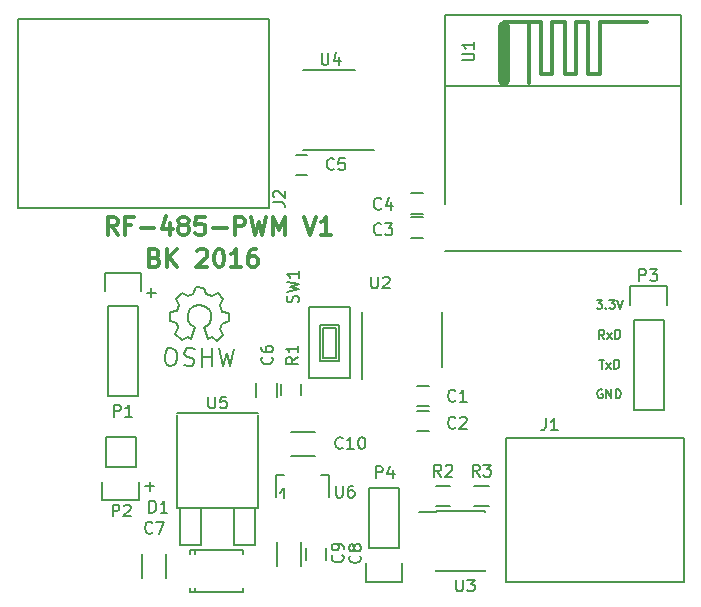
<source format=gbr>
G04 #@! TF.FileFunction,Legend,Top*
%FSLAX46Y46*%
G04 Gerber Fmt 4.6, Leading zero omitted, Abs format (unit mm)*
G04 Created by KiCad (PCBNEW 4.0.2-stable) date 3/15/2016 3:05:28 PM*
%MOMM*%
G01*
G04 APERTURE LIST*
%ADD10C,0.100000*%
%ADD11C,0.150000*%
%ADD12C,0.300000*%
%ADD13C,1.000000*%
G04 APERTURE END LIST*
D10*
D11*
X104330548Y-73985429D02*
X105092453Y-73985429D01*
X104711501Y-74366381D02*
X104711501Y-73604476D01*
X104203548Y-90368429D02*
X104965453Y-90368429D01*
X104584501Y-90749381D02*
X104584501Y-89987476D01*
X142875072Y-82175000D02*
X142803643Y-82139286D01*
X142696500Y-82139286D01*
X142589357Y-82175000D01*
X142517929Y-82246429D01*
X142482214Y-82317857D01*
X142446500Y-82460714D01*
X142446500Y-82567857D01*
X142482214Y-82710714D01*
X142517929Y-82782143D01*
X142589357Y-82853571D01*
X142696500Y-82889286D01*
X142767929Y-82889286D01*
X142875072Y-82853571D01*
X142910786Y-82817857D01*
X142910786Y-82567857D01*
X142767929Y-82567857D01*
X143232214Y-82889286D02*
X143232214Y-82139286D01*
X143660786Y-82889286D01*
X143660786Y-82139286D01*
X144017928Y-82889286D02*
X144017928Y-82139286D01*
X144196500Y-82139286D01*
X144303643Y-82175000D01*
X144375071Y-82246429D01*
X144410786Y-82317857D01*
X144446500Y-82460714D01*
X144446500Y-82567857D01*
X144410786Y-82710714D01*
X144375071Y-82782143D01*
X144303643Y-82853571D01*
X144196500Y-82889286D01*
X144017928Y-82889286D01*
X142617143Y-79662786D02*
X143045714Y-79662786D01*
X142831428Y-80412786D02*
X142831428Y-79662786D01*
X143224286Y-80412786D02*
X143617143Y-79912786D01*
X143224286Y-79912786D02*
X143617143Y-80412786D01*
X143902857Y-80412786D02*
X143902857Y-79662786D01*
X144081429Y-79662786D01*
X144188572Y-79698500D01*
X144260000Y-79769929D01*
X144295715Y-79841357D01*
X144331429Y-79984214D01*
X144331429Y-80091357D01*
X144295715Y-80234214D01*
X144260000Y-80305643D01*
X144188572Y-80377071D01*
X144081429Y-80412786D01*
X143902857Y-80412786D01*
X143063572Y-77872786D02*
X142813572Y-77515643D01*
X142635000Y-77872786D02*
X142635000Y-77122786D01*
X142920715Y-77122786D01*
X142992143Y-77158500D01*
X143027858Y-77194214D01*
X143063572Y-77265643D01*
X143063572Y-77372786D01*
X143027858Y-77444214D01*
X142992143Y-77479929D01*
X142920715Y-77515643D01*
X142635000Y-77515643D01*
X143313572Y-77872786D02*
X143706429Y-77372786D01*
X143313572Y-77372786D02*
X143706429Y-77872786D01*
X143992143Y-77872786D02*
X143992143Y-77122786D01*
X144170715Y-77122786D01*
X144277858Y-77158500D01*
X144349286Y-77229929D01*
X144385001Y-77301357D01*
X144420715Y-77444214D01*
X144420715Y-77551357D01*
X144385001Y-77694214D01*
X144349286Y-77765643D01*
X144277858Y-77837071D01*
X144170715Y-77872786D01*
X143992143Y-77872786D01*
X142402857Y-74582786D02*
X142867143Y-74582786D01*
X142617143Y-74868500D01*
X142724285Y-74868500D01*
X142795714Y-74904214D01*
X142831428Y-74939929D01*
X142867143Y-75011357D01*
X142867143Y-75189929D01*
X142831428Y-75261357D01*
X142795714Y-75297071D01*
X142724285Y-75332786D01*
X142510000Y-75332786D01*
X142438571Y-75297071D01*
X142402857Y-75261357D01*
X143188571Y-75261357D02*
X143224286Y-75297071D01*
X143188571Y-75332786D01*
X143152857Y-75297071D01*
X143188571Y-75261357D01*
X143188571Y-75332786D01*
X143474286Y-74582786D02*
X143938572Y-74582786D01*
X143688572Y-74868500D01*
X143795714Y-74868500D01*
X143867143Y-74904214D01*
X143902857Y-74939929D01*
X143938572Y-75011357D01*
X143938572Y-75189929D01*
X143902857Y-75261357D01*
X143867143Y-75297071D01*
X143795714Y-75332786D01*
X143581429Y-75332786D01*
X143510000Y-75297071D01*
X143474286Y-75261357D01*
X144152858Y-74582786D02*
X144402858Y-75332786D01*
X144652858Y-74582786D01*
D12*
X105021573Y-71012857D02*
X105235859Y-71084286D01*
X105307287Y-71155714D01*
X105378716Y-71298571D01*
X105378716Y-71512857D01*
X105307287Y-71655714D01*
X105235859Y-71727143D01*
X105093001Y-71798571D01*
X104521573Y-71798571D01*
X104521573Y-70298571D01*
X105021573Y-70298571D01*
X105164430Y-70370000D01*
X105235859Y-70441429D01*
X105307287Y-70584286D01*
X105307287Y-70727143D01*
X105235859Y-70870000D01*
X105164430Y-70941429D01*
X105021573Y-71012857D01*
X104521573Y-71012857D01*
X106021573Y-71798571D02*
X106021573Y-70298571D01*
X106878716Y-71798571D02*
X106235859Y-70941429D01*
X106878716Y-70298571D02*
X106021573Y-71155714D01*
X108593001Y-70441429D02*
X108664430Y-70370000D01*
X108807287Y-70298571D01*
X109164430Y-70298571D01*
X109307287Y-70370000D01*
X109378716Y-70441429D01*
X109450144Y-70584286D01*
X109450144Y-70727143D01*
X109378716Y-70941429D01*
X108521573Y-71798571D01*
X109450144Y-71798571D01*
X110378715Y-70298571D02*
X110521572Y-70298571D01*
X110664429Y-70370000D01*
X110735858Y-70441429D01*
X110807287Y-70584286D01*
X110878715Y-70870000D01*
X110878715Y-71227143D01*
X110807287Y-71512857D01*
X110735858Y-71655714D01*
X110664429Y-71727143D01*
X110521572Y-71798571D01*
X110378715Y-71798571D01*
X110235858Y-71727143D01*
X110164429Y-71655714D01*
X110093001Y-71512857D01*
X110021572Y-71227143D01*
X110021572Y-70870000D01*
X110093001Y-70584286D01*
X110164429Y-70441429D01*
X110235858Y-70370000D01*
X110378715Y-70298571D01*
X112307286Y-71798571D02*
X111450143Y-71798571D01*
X111878715Y-71798571D02*
X111878715Y-70298571D01*
X111735858Y-70512857D01*
X111593000Y-70655714D01*
X111450143Y-70727143D01*
X113593000Y-70298571D02*
X113307286Y-70298571D01*
X113164429Y-70370000D01*
X113093000Y-70441429D01*
X112950143Y-70655714D01*
X112878714Y-70941429D01*
X112878714Y-71512857D01*
X112950143Y-71655714D01*
X113021571Y-71727143D01*
X113164429Y-71798571D01*
X113450143Y-71798571D01*
X113593000Y-71727143D01*
X113664429Y-71655714D01*
X113735857Y-71512857D01*
X113735857Y-71155714D01*
X113664429Y-71012857D01*
X113593000Y-70941429D01*
X113450143Y-70870000D01*
X113164429Y-70870000D01*
X113021571Y-70941429D01*
X112950143Y-71012857D01*
X112878714Y-71155714D01*
X101855073Y-69068071D02*
X101355073Y-68353786D01*
X100997930Y-69068071D02*
X100997930Y-67568071D01*
X101569358Y-67568071D01*
X101712216Y-67639500D01*
X101783644Y-67710929D01*
X101855073Y-67853786D01*
X101855073Y-68068071D01*
X101783644Y-68210929D01*
X101712216Y-68282357D01*
X101569358Y-68353786D01*
X100997930Y-68353786D01*
X102997930Y-68282357D02*
X102497930Y-68282357D01*
X102497930Y-69068071D02*
X102497930Y-67568071D01*
X103212216Y-67568071D01*
X103783644Y-68496643D02*
X104926501Y-68496643D01*
X106283644Y-68068071D02*
X106283644Y-69068071D01*
X105926501Y-67496643D02*
X105569358Y-68568071D01*
X106497930Y-68568071D01*
X107283644Y-68210929D02*
X107140786Y-68139500D01*
X107069358Y-68068071D01*
X106997929Y-67925214D01*
X106997929Y-67853786D01*
X107069358Y-67710929D01*
X107140786Y-67639500D01*
X107283644Y-67568071D01*
X107569358Y-67568071D01*
X107712215Y-67639500D01*
X107783644Y-67710929D01*
X107855072Y-67853786D01*
X107855072Y-67925214D01*
X107783644Y-68068071D01*
X107712215Y-68139500D01*
X107569358Y-68210929D01*
X107283644Y-68210929D01*
X107140786Y-68282357D01*
X107069358Y-68353786D01*
X106997929Y-68496643D01*
X106997929Y-68782357D01*
X107069358Y-68925214D01*
X107140786Y-68996643D01*
X107283644Y-69068071D01*
X107569358Y-69068071D01*
X107712215Y-68996643D01*
X107783644Y-68925214D01*
X107855072Y-68782357D01*
X107855072Y-68496643D01*
X107783644Y-68353786D01*
X107712215Y-68282357D01*
X107569358Y-68210929D01*
X109212215Y-67568071D02*
X108497929Y-67568071D01*
X108426500Y-68282357D01*
X108497929Y-68210929D01*
X108640786Y-68139500D01*
X108997929Y-68139500D01*
X109140786Y-68210929D01*
X109212215Y-68282357D01*
X109283643Y-68425214D01*
X109283643Y-68782357D01*
X109212215Y-68925214D01*
X109140786Y-68996643D01*
X108997929Y-69068071D01*
X108640786Y-69068071D01*
X108497929Y-68996643D01*
X108426500Y-68925214D01*
X109926500Y-68496643D02*
X111069357Y-68496643D01*
X111783643Y-69068071D02*
X111783643Y-67568071D01*
X112355071Y-67568071D01*
X112497929Y-67639500D01*
X112569357Y-67710929D01*
X112640786Y-67853786D01*
X112640786Y-68068071D01*
X112569357Y-68210929D01*
X112497929Y-68282357D01*
X112355071Y-68353786D01*
X111783643Y-68353786D01*
X113140786Y-67568071D02*
X113497929Y-69068071D01*
X113783643Y-67996643D01*
X114069357Y-69068071D01*
X114426500Y-67568071D01*
X114997929Y-69068071D02*
X114997929Y-67568071D01*
X115497929Y-68639500D01*
X115997929Y-67568071D01*
X115997929Y-69068071D01*
X117640786Y-67568071D02*
X118140786Y-69068071D01*
X118640786Y-67568071D01*
X119926500Y-69068071D02*
X119069357Y-69068071D01*
X119497929Y-69068071D02*
X119497929Y-67568071D01*
X119355072Y-67782357D01*
X119212214Y-67925214D01*
X119069357Y-67996643D01*
D11*
X93377000Y-50801000D02*
X93377000Y-66801000D01*
X93377000Y-66801000D02*
X114647000Y-66801000D01*
X114647000Y-66801000D02*
X114647000Y-50801000D01*
X114647000Y-50801000D02*
X93377000Y-50801000D01*
X134764000Y-98492500D02*
X149764000Y-98492500D01*
X134764000Y-86292500D02*
X149764000Y-86292500D01*
X149764000Y-98492500D02*
X149764000Y-86292500D01*
X134764000Y-98492500D02*
X134764000Y-86292500D01*
X127198500Y-83590500D02*
X128198500Y-83590500D01*
X128198500Y-81890500D02*
X127198500Y-81890500D01*
X127214500Y-85686000D02*
X128214500Y-85686000D01*
X128214500Y-83986000D02*
X127214500Y-83986000D01*
X127690500Y-67603000D02*
X126690500Y-67603000D01*
X126690500Y-69303000D02*
X127690500Y-69303000D01*
X127690500Y-65571000D02*
X126690500Y-65571000D01*
X126690500Y-67271000D02*
X127690500Y-67271000D01*
X117911500Y-62332500D02*
X116911500Y-62332500D01*
X116911500Y-64032500D02*
X117911500Y-64032500D01*
X115672500Y-81669000D02*
X115672500Y-82669000D01*
X117372500Y-82669000D02*
X117372500Y-81669000D01*
X103877000Y-96091500D02*
X103877000Y-98091500D01*
X105927000Y-98091500D02*
X105927000Y-96091500D01*
X117768000Y-95575500D02*
X117768000Y-96575500D01*
X119468000Y-96575500D02*
X119468000Y-95575500D01*
X115307000Y-95075500D02*
X115307000Y-97075500D01*
X117357000Y-97075500D02*
X117357000Y-95075500D01*
X116538500Y-87829500D02*
X118538500Y-87829500D01*
X118538500Y-85779500D02*
X116538500Y-85779500D01*
X108436860Y-99286060D02*
X108436860Y-98935540D01*
X108436860Y-95785940D02*
X108436860Y-96136460D01*
X112486440Y-99286060D02*
X112486440Y-98935540D01*
X107985560Y-99286060D02*
X107985560Y-98935540D01*
X107985560Y-95785940D02*
X107985560Y-96136460D01*
X112486440Y-95785940D02*
X112486440Y-96136460D01*
X107985560Y-99286060D02*
X112486440Y-99286060D01*
X107985560Y-95785940D02*
X112486440Y-95785940D01*
X101028500Y-75120500D02*
X101028500Y-82740500D01*
X103568500Y-75120500D02*
X103568500Y-82740500D01*
X103848500Y-72300500D02*
X103848500Y-73850500D01*
X101028500Y-82740500D02*
X103568500Y-82740500D01*
X103568500Y-75120500D02*
X101028500Y-75120500D01*
X100748500Y-73850500D02*
X100748500Y-72300500D01*
X100748500Y-72300500D02*
X103848500Y-72300500D01*
X100838000Y-88709500D02*
X100838000Y-86169500D01*
X100558000Y-91529500D02*
X100558000Y-89979500D01*
X100838000Y-88709500D02*
X103378000Y-88709500D01*
X103658000Y-89979500D02*
X103658000Y-91529500D01*
X103658000Y-91529500D02*
X100558000Y-91529500D01*
X103378000Y-88709500D02*
X103378000Y-86169500D01*
X103378000Y-86169500D02*
X100838000Y-86169500D01*
X113552000Y-82832500D02*
X113552000Y-81632500D01*
X115302000Y-81632500D02*
X115302000Y-82832500D01*
X130013000Y-92061000D02*
X128813000Y-92061000D01*
X128813000Y-90311000D02*
X130013000Y-90311000D01*
X133254000Y-92061000D02*
X132054000Y-92061000D01*
X132054000Y-90311000D02*
X133254000Y-90311000D01*
X119210780Y-79471890D02*
X119210780Y-76971890D01*
X119210780Y-76971890D02*
X120310780Y-76971890D01*
X120310780Y-76971890D02*
X120310780Y-79471890D01*
X120310780Y-79471890D02*
X119210780Y-79471890D01*
X120560780Y-79721890D02*
X120560780Y-76721890D01*
X118960780Y-79721890D02*
X118960780Y-76721890D01*
X118960780Y-76721890D02*
X120560780Y-76721890D01*
X118960780Y-79721890D02*
X120560780Y-79721890D01*
X121510780Y-81221890D02*
X121510780Y-75221890D01*
X118010780Y-81221890D02*
X118010780Y-75221890D01*
X118010780Y-81221890D02*
X121510780Y-81221890D01*
X118010780Y-75221890D02*
X121510780Y-75221890D01*
X122545500Y-80239500D02*
X122570500Y-80239500D01*
X122545500Y-75589500D02*
X122570500Y-75589500D01*
X129295500Y-75589500D02*
X129270500Y-75589500D01*
X129295500Y-80239500D02*
X129270500Y-80239500D01*
X122545500Y-80239500D02*
X122545500Y-75589500D01*
X129295500Y-80239500D02*
X129295500Y-75589500D01*
X122570500Y-80239500D02*
X122570500Y-81314500D01*
X128798500Y-92421000D02*
X128798500Y-92566000D01*
X132948500Y-92421000D02*
X132948500Y-92566000D01*
X132948500Y-97571000D02*
X132948500Y-97426000D01*
X128798500Y-97571000D02*
X128798500Y-97426000D01*
X128798500Y-92421000D02*
X132948500Y-92421000D01*
X128798500Y-97571000D02*
X132948500Y-97571000D01*
X128798500Y-92566000D02*
X127398500Y-92566000D01*
X121986000Y-55108500D02*
X117536000Y-55108500D01*
X123511000Y-61858500D02*
X117536000Y-61858500D01*
X111696500Y-92202000D02*
X111696500Y-95377000D01*
X111696500Y-95377000D02*
X113474500Y-95377000D01*
X113474500Y-95377000D02*
X113474500Y-92202000D01*
X107124500Y-92202000D02*
X107124500Y-95377000D01*
X107124500Y-95377000D02*
X108902500Y-95377000D01*
X108902500Y-95377000D02*
X108902500Y-92202000D01*
X113728500Y-86106000D02*
X113728500Y-92202000D01*
X113728500Y-92202000D02*
X106870500Y-92202000D01*
X106870500Y-92202000D02*
X106870500Y-84328000D01*
X106870500Y-84201000D02*
X113728500Y-84201000D01*
X113728500Y-84328000D02*
X113728500Y-86106000D01*
X115597940Y-90932000D02*
X115846860Y-90632280D01*
X115846860Y-90632280D02*
X115948460Y-90482420D01*
X115948460Y-90482420D02*
X115948460Y-91330780D01*
X115247420Y-89430860D02*
X115247420Y-91231720D01*
X115247420Y-89430860D02*
X115897660Y-89430860D01*
X119748300Y-89430860D02*
X119748300Y-91231720D01*
X119748300Y-89430860D02*
X119098060Y-89430860D01*
X110444280Y-78699360D02*
X110804960Y-80170020D01*
X110804960Y-80170020D02*
X111084360Y-79108300D01*
X111084360Y-79108300D02*
X111394240Y-80180180D01*
X111394240Y-80180180D02*
X111734600Y-78729840D01*
X109024420Y-79390240D02*
X109814360Y-79380080D01*
X109814360Y-79380080D02*
X109824520Y-79390240D01*
X109824520Y-79390240D02*
X109824520Y-79380080D01*
X109865160Y-78668880D02*
X109865160Y-80210660D01*
X108976160Y-78658720D02*
X108976160Y-80228440D01*
X108976160Y-80228440D02*
X108986320Y-80218280D01*
X108424980Y-78760320D02*
X108074460Y-78679040D01*
X108074460Y-78679040D02*
X107754420Y-78668880D01*
X107754420Y-78668880D02*
X107515660Y-78869540D01*
X107515660Y-78869540D02*
X107485180Y-79138780D01*
X107485180Y-79138780D02*
X107726480Y-79380080D01*
X107726480Y-79380080D02*
X108115100Y-79509620D01*
X108115100Y-79509620D02*
X108295440Y-79669640D01*
X108295440Y-79669640D02*
X108336080Y-79969360D01*
X108336080Y-79969360D02*
X108104940Y-80190340D01*
X108104940Y-80190340D02*
X107784900Y-80218280D01*
X107784900Y-80218280D02*
X107434380Y-80109060D01*
X106395520Y-78658720D02*
X106146600Y-78679040D01*
X106146600Y-78679040D02*
X105905300Y-78920340D01*
X105905300Y-78920340D02*
X105816400Y-79410560D01*
X105816400Y-79410560D02*
X105844340Y-79758540D01*
X105844340Y-79758540D02*
X106045000Y-80078580D01*
X106045000Y-80078580D02*
X106296460Y-80200500D01*
X106296460Y-80200500D02*
X106606340Y-80129380D01*
X106606340Y-80129380D02*
X106824780Y-79949040D01*
X106824780Y-79949040D02*
X106895900Y-79489300D01*
X106895900Y-79489300D02*
X106845100Y-79080360D01*
X106845100Y-79080360D02*
X106735880Y-78798420D01*
X106735880Y-78798420D02*
X106375200Y-78668880D01*
X106994960Y-76939140D02*
X106735880Y-77500480D01*
X106735880Y-77500480D02*
X107274360Y-78018640D01*
X107274360Y-78018640D02*
X107795060Y-77749400D01*
X107795060Y-77749400D02*
X108074460Y-77909420D01*
X109514640Y-77889100D02*
X109844840Y-77698600D01*
X109844840Y-77698600D02*
X110284260Y-78028800D01*
X110284260Y-78028800D02*
X110756700Y-77538580D01*
X110756700Y-77538580D02*
X110474760Y-77058520D01*
X110474760Y-77058520D02*
X110665260Y-76588620D01*
X110665260Y-76588620D02*
X111274860Y-76400660D01*
X111274860Y-76400660D02*
X111274860Y-75719940D01*
X111274860Y-75719940D02*
X110716060Y-75580240D01*
X110716060Y-75580240D02*
X110515400Y-75008740D01*
X110515400Y-75008740D02*
X110784640Y-74538840D01*
X110784640Y-74538840D02*
X110314740Y-74028300D01*
X110314740Y-74028300D02*
X109796580Y-74289920D01*
X109796580Y-74289920D02*
X109326680Y-74089260D01*
X109326680Y-74089260D02*
X109156500Y-73548240D01*
X109156500Y-73548240D02*
X108465620Y-73530460D01*
X108465620Y-73530460D02*
X108254800Y-74079100D01*
X108254800Y-74079100D02*
X107835700Y-74249280D01*
X107835700Y-74249280D02*
X107284520Y-73980040D01*
X107284520Y-73980040D02*
X106766360Y-74508360D01*
X106766360Y-74508360D02*
X107015280Y-75049380D01*
X107015280Y-75049380D02*
X106845100Y-75529440D01*
X106845100Y-75529440D02*
X106296460Y-75628500D01*
X106296460Y-75628500D02*
X106286300Y-76329540D01*
X106286300Y-76329540D02*
X106845100Y-76530200D01*
X106845100Y-76530200D02*
X106984800Y-76928980D01*
X109126020Y-76908660D02*
X109425740Y-76758800D01*
X109425740Y-76758800D02*
X109626400Y-76560680D01*
X109626400Y-76560680D02*
X109776260Y-76159360D01*
X109776260Y-76159360D02*
X109776260Y-75760580D01*
X109776260Y-75760580D02*
X109626400Y-75410060D01*
X109626400Y-75410060D02*
X109174280Y-75059540D01*
X109174280Y-75059540D02*
X108724700Y-75008740D01*
X108724700Y-75008740D02*
X108325920Y-75110340D01*
X108325920Y-75110340D02*
X107924600Y-75458320D01*
X107924600Y-75458320D02*
X107774740Y-75910440D01*
X107774740Y-75910440D02*
X107825540Y-76408280D01*
X107825540Y-76408280D02*
X108074460Y-76710540D01*
X108074460Y-76710540D02*
X108424980Y-76908660D01*
X108424980Y-76908660D02*
X108074460Y-77909420D01*
X109126020Y-76908660D02*
X109524800Y-77909420D01*
X145542000Y-76263500D02*
X145542000Y-83883500D01*
X148082000Y-76263500D02*
X148082000Y-83883500D01*
X148362000Y-73443500D02*
X148362000Y-74993500D01*
X145542000Y-83883500D02*
X148082000Y-83883500D01*
X148082000Y-76263500D02*
X145542000Y-76263500D01*
X145262000Y-74993500D02*
X145262000Y-73443500D01*
X145262000Y-73443500D02*
X148362000Y-73443500D01*
D12*
X142683000Y-51053000D02*
X146683000Y-51053000D01*
X141683000Y-55453000D02*
X142683000Y-55453000D01*
X140683000Y-51053000D02*
X141683000Y-51053000D01*
X139683000Y-55453000D02*
X140683000Y-55453000D01*
X137683000Y-55453000D02*
X138583000Y-55453000D01*
X138583000Y-51053000D02*
X139683000Y-51053000D01*
X134583000Y-51053000D02*
X137683000Y-51053000D01*
X136683000Y-56253000D02*
X136683000Y-51153000D01*
D13*
X134583000Y-56007000D02*
X134583000Y-51453000D01*
D11*
X129583000Y-70453000D02*
X149583000Y-70453000D01*
X149583000Y-56453000D02*
X149583000Y-66453000D01*
X129583000Y-56453000D02*
X129583000Y-66453000D01*
X149583000Y-50453000D02*
X129583000Y-50453000D01*
X149583000Y-56453000D02*
X149583000Y-50453000D01*
X129583000Y-56453000D02*
X149583000Y-56453000D01*
X129583000Y-50453000D02*
X129583000Y-56453000D01*
D12*
X137683000Y-55453000D02*
X137683000Y-51053000D01*
X138583000Y-55453000D02*
X138583000Y-51053000D01*
X139683000Y-55453000D02*
X139683000Y-51053000D01*
X140683000Y-55453000D02*
X140683000Y-51053000D01*
X141683000Y-55453000D02*
X141683000Y-51053000D01*
X142683000Y-55453000D02*
X142683000Y-51053000D01*
D11*
X125666500Y-95631000D02*
X125666500Y-90551000D01*
X125666500Y-90551000D02*
X123126500Y-90551000D01*
X123126500Y-90551000D02*
X123126500Y-95631000D01*
X122846500Y-98451000D02*
X122846500Y-96901000D01*
X123126500Y-95631000D02*
X125666500Y-95631000D01*
X125946500Y-96901000D02*
X125946500Y-98451000D01*
X125946500Y-98451000D02*
X122846500Y-98451000D01*
X115019381Y-66334333D02*
X115733667Y-66334333D01*
X115876524Y-66381953D01*
X115971762Y-66477191D01*
X116019381Y-66620048D01*
X116019381Y-66715286D01*
X115114619Y-65905762D02*
X115067000Y-65858143D01*
X115019381Y-65762905D01*
X115019381Y-65524809D01*
X115067000Y-65429571D01*
X115114619Y-65381952D01*
X115209857Y-65334333D01*
X115305095Y-65334333D01*
X115447952Y-65381952D01*
X116019381Y-65953381D01*
X116019381Y-65334333D01*
X138096667Y-84605881D02*
X138096667Y-85320167D01*
X138049047Y-85463024D01*
X137953809Y-85558262D01*
X137810952Y-85605881D01*
X137715714Y-85605881D01*
X139096667Y-85605881D02*
X138525238Y-85605881D01*
X138810952Y-85605881D02*
X138810952Y-84605881D01*
X138715714Y-84748738D01*
X138620476Y-84843976D01*
X138525238Y-84891595D01*
X130452834Y-83097643D02*
X130405215Y-83145262D01*
X130262358Y-83192881D01*
X130167120Y-83192881D01*
X130024262Y-83145262D01*
X129929024Y-83050024D01*
X129881405Y-82954786D01*
X129833786Y-82764310D01*
X129833786Y-82621452D01*
X129881405Y-82430976D01*
X129929024Y-82335738D01*
X130024262Y-82240500D01*
X130167120Y-82192881D01*
X130262358Y-82192881D01*
X130405215Y-82240500D01*
X130452834Y-82288119D01*
X131405215Y-83192881D02*
X130833786Y-83192881D01*
X131119500Y-83192881D02*
X131119500Y-82192881D01*
X131024262Y-82335738D01*
X130929024Y-82430976D01*
X130833786Y-82478595D01*
X130452834Y-85383643D02*
X130405215Y-85431262D01*
X130262358Y-85478881D01*
X130167120Y-85478881D01*
X130024262Y-85431262D01*
X129929024Y-85336024D01*
X129881405Y-85240786D01*
X129833786Y-85050310D01*
X129833786Y-84907452D01*
X129881405Y-84716976D01*
X129929024Y-84621738D01*
X130024262Y-84526500D01*
X130167120Y-84478881D01*
X130262358Y-84478881D01*
X130405215Y-84526500D01*
X130452834Y-84574119D01*
X130833786Y-84574119D02*
X130881405Y-84526500D01*
X130976643Y-84478881D01*
X131214739Y-84478881D01*
X131309977Y-84526500D01*
X131357596Y-84574119D01*
X131405215Y-84669357D01*
X131405215Y-84764595D01*
X131357596Y-84907452D01*
X130786167Y-85478881D01*
X131405215Y-85478881D01*
X124166334Y-69000643D02*
X124118715Y-69048262D01*
X123975858Y-69095881D01*
X123880620Y-69095881D01*
X123737762Y-69048262D01*
X123642524Y-68953024D01*
X123594905Y-68857786D01*
X123547286Y-68667310D01*
X123547286Y-68524452D01*
X123594905Y-68333976D01*
X123642524Y-68238738D01*
X123737762Y-68143500D01*
X123880620Y-68095881D01*
X123975858Y-68095881D01*
X124118715Y-68143500D01*
X124166334Y-68191119D01*
X124499667Y-68095881D02*
X125118715Y-68095881D01*
X124785381Y-68476833D01*
X124928239Y-68476833D01*
X125023477Y-68524452D01*
X125071096Y-68572071D01*
X125118715Y-68667310D01*
X125118715Y-68905405D01*
X125071096Y-69000643D01*
X125023477Y-69048262D01*
X124928239Y-69095881D01*
X124642524Y-69095881D01*
X124547286Y-69048262D01*
X124499667Y-69000643D01*
X124166334Y-66841643D02*
X124118715Y-66889262D01*
X123975858Y-66936881D01*
X123880620Y-66936881D01*
X123737762Y-66889262D01*
X123642524Y-66794024D01*
X123594905Y-66698786D01*
X123547286Y-66508310D01*
X123547286Y-66365452D01*
X123594905Y-66174976D01*
X123642524Y-66079738D01*
X123737762Y-65984500D01*
X123880620Y-65936881D01*
X123975858Y-65936881D01*
X124118715Y-65984500D01*
X124166334Y-66032119D01*
X125023477Y-66270214D02*
X125023477Y-66936881D01*
X124785381Y-65889262D02*
X124547286Y-66603548D01*
X125166334Y-66603548D01*
X120165834Y-63476143D02*
X120118215Y-63523762D01*
X119975358Y-63571381D01*
X119880120Y-63571381D01*
X119737262Y-63523762D01*
X119642024Y-63428524D01*
X119594405Y-63333286D01*
X119546786Y-63142810D01*
X119546786Y-62999952D01*
X119594405Y-62809476D01*
X119642024Y-62714238D01*
X119737262Y-62619000D01*
X119880120Y-62571381D01*
X119975358Y-62571381D01*
X120118215Y-62619000D01*
X120165834Y-62666619D01*
X121070596Y-62571381D02*
X120594405Y-62571381D01*
X120546786Y-63047571D01*
X120594405Y-62999952D01*
X120689643Y-62952333D01*
X120927739Y-62952333D01*
X121022977Y-62999952D01*
X121070596Y-63047571D01*
X121118215Y-63142810D01*
X121118215Y-63380905D01*
X121070596Y-63476143D01*
X121022977Y-63523762D01*
X120927739Y-63571381D01*
X120689643Y-63571381D01*
X120594405Y-63523762D01*
X120546786Y-63476143D01*
X114911143Y-79414666D02*
X114958762Y-79462285D01*
X115006381Y-79605142D01*
X115006381Y-79700380D01*
X114958762Y-79843238D01*
X114863524Y-79938476D01*
X114768286Y-79986095D01*
X114577810Y-80033714D01*
X114434952Y-80033714D01*
X114244476Y-79986095D01*
X114149238Y-79938476D01*
X114054000Y-79843238D01*
X114006381Y-79700380D01*
X114006381Y-79605142D01*
X114054000Y-79462285D01*
X114101619Y-79414666D01*
X114006381Y-78557523D02*
X114006381Y-78748000D01*
X114054000Y-78843238D01*
X114101619Y-78890857D01*
X114244476Y-78986095D01*
X114434952Y-79033714D01*
X114815905Y-79033714D01*
X114911143Y-78986095D01*
X114958762Y-78938476D01*
X115006381Y-78843238D01*
X115006381Y-78652761D01*
X114958762Y-78557523D01*
X114911143Y-78509904D01*
X114815905Y-78462285D01*
X114577810Y-78462285D01*
X114482571Y-78509904D01*
X114434952Y-78557523D01*
X114387333Y-78652761D01*
X114387333Y-78843238D01*
X114434952Y-78938476D01*
X114482571Y-78986095D01*
X114577810Y-79033714D01*
X104798834Y-94273643D02*
X104751215Y-94321262D01*
X104608358Y-94368881D01*
X104513120Y-94368881D01*
X104370262Y-94321262D01*
X104275024Y-94226024D01*
X104227405Y-94130786D01*
X104179786Y-93940310D01*
X104179786Y-93797452D01*
X104227405Y-93606976D01*
X104275024Y-93511738D01*
X104370262Y-93416500D01*
X104513120Y-93368881D01*
X104608358Y-93368881D01*
X104751215Y-93416500D01*
X104798834Y-93464119D01*
X105132167Y-93368881D02*
X105798834Y-93368881D01*
X105370262Y-94368881D01*
X122340643Y-96242166D02*
X122388262Y-96289785D01*
X122435881Y-96432642D01*
X122435881Y-96527880D01*
X122388262Y-96670738D01*
X122293024Y-96765976D01*
X122197786Y-96813595D01*
X122007310Y-96861214D01*
X121864452Y-96861214D01*
X121673976Y-96813595D01*
X121578738Y-96765976D01*
X121483500Y-96670738D01*
X121435881Y-96527880D01*
X121435881Y-96432642D01*
X121483500Y-96289785D01*
X121531119Y-96242166D01*
X121864452Y-95670738D02*
X121816833Y-95765976D01*
X121769214Y-95813595D01*
X121673976Y-95861214D01*
X121626357Y-95861214D01*
X121531119Y-95813595D01*
X121483500Y-95765976D01*
X121435881Y-95670738D01*
X121435881Y-95480261D01*
X121483500Y-95385023D01*
X121531119Y-95337404D01*
X121626357Y-95289785D01*
X121673976Y-95289785D01*
X121769214Y-95337404D01*
X121816833Y-95385023D01*
X121864452Y-95480261D01*
X121864452Y-95670738D01*
X121912071Y-95765976D01*
X121959690Y-95813595D01*
X122054929Y-95861214D01*
X122245405Y-95861214D01*
X122340643Y-95813595D01*
X122388262Y-95765976D01*
X122435881Y-95670738D01*
X122435881Y-95480261D01*
X122388262Y-95385023D01*
X122340643Y-95337404D01*
X122245405Y-95289785D01*
X122054929Y-95289785D01*
X121959690Y-95337404D01*
X121912071Y-95385023D01*
X121864452Y-95480261D01*
X120880143Y-96178666D02*
X120927762Y-96226285D01*
X120975381Y-96369142D01*
X120975381Y-96464380D01*
X120927762Y-96607238D01*
X120832524Y-96702476D01*
X120737286Y-96750095D01*
X120546810Y-96797714D01*
X120403952Y-96797714D01*
X120213476Y-96750095D01*
X120118238Y-96702476D01*
X120023000Y-96607238D01*
X119975381Y-96464380D01*
X119975381Y-96369142D01*
X120023000Y-96226285D01*
X120070619Y-96178666D01*
X120975381Y-95702476D02*
X120975381Y-95512000D01*
X120927762Y-95416761D01*
X120880143Y-95369142D01*
X120737286Y-95273904D01*
X120546810Y-95226285D01*
X120165857Y-95226285D01*
X120070619Y-95273904D01*
X120023000Y-95321523D01*
X119975381Y-95416761D01*
X119975381Y-95607238D01*
X120023000Y-95702476D01*
X120070619Y-95750095D01*
X120165857Y-95797714D01*
X120403952Y-95797714D01*
X120499190Y-95750095D01*
X120546810Y-95702476D01*
X120594429Y-95607238D01*
X120594429Y-95416761D01*
X120546810Y-95321523D01*
X120499190Y-95273904D01*
X120403952Y-95226285D01*
X120896143Y-87098143D02*
X120848524Y-87145762D01*
X120705667Y-87193381D01*
X120610429Y-87193381D01*
X120467571Y-87145762D01*
X120372333Y-87050524D01*
X120324714Y-86955286D01*
X120277095Y-86764810D01*
X120277095Y-86621952D01*
X120324714Y-86431476D01*
X120372333Y-86336238D01*
X120467571Y-86241000D01*
X120610429Y-86193381D01*
X120705667Y-86193381D01*
X120848524Y-86241000D01*
X120896143Y-86288619D01*
X121848524Y-87193381D02*
X121277095Y-87193381D01*
X121562809Y-87193381D02*
X121562809Y-86193381D01*
X121467571Y-86336238D01*
X121372333Y-86431476D01*
X121277095Y-86479095D01*
X122467571Y-86193381D02*
X122562810Y-86193381D01*
X122658048Y-86241000D01*
X122705667Y-86288619D01*
X122753286Y-86383857D01*
X122800905Y-86574333D01*
X122800905Y-86812429D01*
X122753286Y-87002905D01*
X122705667Y-87098143D01*
X122658048Y-87145762D01*
X122562810Y-87193381D01*
X122467571Y-87193381D01*
X122372333Y-87145762D01*
X122324714Y-87098143D01*
X122277095Y-87002905D01*
X122229476Y-86812429D01*
X122229476Y-86574333D01*
X122277095Y-86383857D01*
X122324714Y-86288619D01*
X122372333Y-86241000D01*
X122467571Y-86193381D01*
X104544905Y-92590881D02*
X104544905Y-91590881D01*
X104783000Y-91590881D01*
X104925858Y-91638500D01*
X105021096Y-91733738D01*
X105068715Y-91828976D01*
X105116334Y-92019452D01*
X105116334Y-92162310D01*
X105068715Y-92352786D01*
X105021096Y-92448024D01*
X104925858Y-92543262D01*
X104783000Y-92590881D01*
X104544905Y-92590881D01*
X106068715Y-92590881D02*
X105497286Y-92590881D01*
X105783000Y-92590881D02*
X105783000Y-91590881D01*
X105687762Y-91733738D01*
X105592524Y-91828976D01*
X105497286Y-91876595D01*
X101560405Y-84462881D02*
X101560405Y-83462881D01*
X101941358Y-83462881D01*
X102036596Y-83510500D01*
X102084215Y-83558119D01*
X102131834Y-83653357D01*
X102131834Y-83796214D01*
X102084215Y-83891452D01*
X102036596Y-83939071D01*
X101941358Y-83986690D01*
X101560405Y-83986690D01*
X103084215Y-84462881D02*
X102512786Y-84462881D01*
X102798500Y-84462881D02*
X102798500Y-83462881D01*
X102703262Y-83605738D01*
X102608024Y-83700976D01*
X102512786Y-83748595D01*
X101433405Y-92908381D02*
X101433405Y-91908381D01*
X101814358Y-91908381D01*
X101909596Y-91956000D01*
X101957215Y-92003619D01*
X102004834Y-92098857D01*
X102004834Y-92241714D01*
X101957215Y-92336952D01*
X101909596Y-92384571D01*
X101814358Y-92432190D01*
X101433405Y-92432190D01*
X102385786Y-92003619D02*
X102433405Y-91956000D01*
X102528643Y-91908381D01*
X102766739Y-91908381D01*
X102861977Y-91956000D01*
X102909596Y-92003619D01*
X102957215Y-92098857D01*
X102957215Y-92194095D01*
X102909596Y-92336952D01*
X102338167Y-92908381D01*
X102957215Y-92908381D01*
X117101881Y-79414666D02*
X116625690Y-79748000D01*
X117101881Y-79986095D02*
X116101881Y-79986095D01*
X116101881Y-79605142D01*
X116149500Y-79509904D01*
X116197119Y-79462285D01*
X116292357Y-79414666D01*
X116435214Y-79414666D01*
X116530452Y-79462285D01*
X116578071Y-79509904D01*
X116625690Y-79605142D01*
X116625690Y-79986095D01*
X117101881Y-78462285D02*
X117101881Y-79033714D01*
X117101881Y-78748000D02*
X116101881Y-78748000D01*
X116244738Y-78843238D01*
X116339976Y-78938476D01*
X116387595Y-79033714D01*
X129246334Y-89538381D02*
X128913000Y-89062190D01*
X128674905Y-89538381D02*
X128674905Y-88538381D01*
X129055858Y-88538381D01*
X129151096Y-88586000D01*
X129198715Y-88633619D01*
X129246334Y-88728857D01*
X129246334Y-88871714D01*
X129198715Y-88966952D01*
X129151096Y-89014571D01*
X129055858Y-89062190D01*
X128674905Y-89062190D01*
X129627286Y-88633619D02*
X129674905Y-88586000D01*
X129770143Y-88538381D01*
X130008239Y-88538381D01*
X130103477Y-88586000D01*
X130151096Y-88633619D01*
X130198715Y-88728857D01*
X130198715Y-88824095D01*
X130151096Y-88966952D01*
X129579667Y-89538381D01*
X130198715Y-89538381D01*
X132487334Y-89538381D02*
X132154000Y-89062190D01*
X131915905Y-89538381D02*
X131915905Y-88538381D01*
X132296858Y-88538381D01*
X132392096Y-88586000D01*
X132439715Y-88633619D01*
X132487334Y-88728857D01*
X132487334Y-88871714D01*
X132439715Y-88966952D01*
X132392096Y-89014571D01*
X132296858Y-89062190D01*
X131915905Y-89062190D01*
X132820667Y-88538381D02*
X133439715Y-88538381D01*
X133106381Y-88919333D01*
X133249239Y-88919333D01*
X133344477Y-88966952D01*
X133392096Y-89014571D01*
X133439715Y-89109810D01*
X133439715Y-89347905D01*
X133392096Y-89443143D01*
X133344477Y-89490762D01*
X133249239Y-89538381D01*
X132963524Y-89538381D01*
X132868286Y-89490762D01*
X132820667Y-89443143D01*
X117117762Y-74802833D02*
X117165381Y-74659976D01*
X117165381Y-74421880D01*
X117117762Y-74326642D01*
X117070143Y-74279023D01*
X116974905Y-74231404D01*
X116879667Y-74231404D01*
X116784429Y-74279023D01*
X116736810Y-74326642D01*
X116689190Y-74421880D01*
X116641571Y-74612357D01*
X116593952Y-74707595D01*
X116546333Y-74755214D01*
X116451095Y-74802833D01*
X116355857Y-74802833D01*
X116260619Y-74755214D01*
X116213000Y-74707595D01*
X116165381Y-74612357D01*
X116165381Y-74374261D01*
X116213000Y-74231404D01*
X116165381Y-73898071D02*
X117165381Y-73659976D01*
X116451095Y-73469499D01*
X117165381Y-73279023D01*
X116165381Y-73040928D01*
X117165381Y-72136166D02*
X117165381Y-72707595D01*
X117165381Y-72421881D02*
X116165381Y-72421881D01*
X116308238Y-72517119D01*
X116403476Y-72612357D01*
X116451095Y-72707595D01*
X123317095Y-72604381D02*
X123317095Y-73413905D01*
X123364714Y-73509143D01*
X123412333Y-73556762D01*
X123507571Y-73604381D01*
X123698048Y-73604381D01*
X123793286Y-73556762D01*
X123840905Y-73509143D01*
X123888524Y-73413905D01*
X123888524Y-72604381D01*
X124317095Y-72699619D02*
X124364714Y-72652000D01*
X124459952Y-72604381D01*
X124698048Y-72604381D01*
X124793286Y-72652000D01*
X124840905Y-72699619D01*
X124888524Y-72794857D01*
X124888524Y-72890095D01*
X124840905Y-73032952D01*
X124269476Y-73604381D01*
X124888524Y-73604381D01*
X130492595Y-98258381D02*
X130492595Y-99067905D01*
X130540214Y-99163143D01*
X130587833Y-99210762D01*
X130683071Y-99258381D01*
X130873548Y-99258381D01*
X130968786Y-99210762D01*
X131016405Y-99163143D01*
X131064024Y-99067905D01*
X131064024Y-98258381D01*
X131444976Y-98258381D02*
X132064024Y-98258381D01*
X131730690Y-98639333D01*
X131873548Y-98639333D01*
X131968786Y-98686952D01*
X132016405Y-98734571D01*
X132064024Y-98829810D01*
X132064024Y-99067905D01*
X132016405Y-99163143D01*
X131968786Y-99210762D01*
X131873548Y-99258381D01*
X131587833Y-99258381D01*
X131492595Y-99210762D01*
X131444976Y-99163143D01*
X119126095Y-53681381D02*
X119126095Y-54490905D01*
X119173714Y-54586143D01*
X119221333Y-54633762D01*
X119316571Y-54681381D01*
X119507048Y-54681381D01*
X119602286Y-54633762D01*
X119649905Y-54586143D01*
X119697524Y-54490905D01*
X119697524Y-53681381D01*
X120602286Y-54014714D02*
X120602286Y-54681381D01*
X120364190Y-53633762D02*
X120126095Y-54348048D01*
X120745143Y-54348048D01*
X109537595Y-82764381D02*
X109537595Y-83573905D01*
X109585214Y-83669143D01*
X109632833Y-83716762D01*
X109728071Y-83764381D01*
X109918548Y-83764381D01*
X110013786Y-83716762D01*
X110061405Y-83669143D01*
X110109024Y-83573905D01*
X110109024Y-82764381D01*
X111061405Y-82764381D02*
X110585214Y-82764381D01*
X110537595Y-83240571D01*
X110585214Y-83192952D01*
X110680452Y-83145333D01*
X110918548Y-83145333D01*
X111013786Y-83192952D01*
X111061405Y-83240571D01*
X111109024Y-83335810D01*
X111109024Y-83573905D01*
X111061405Y-83669143D01*
X111013786Y-83716762D01*
X110918548Y-83764381D01*
X110680452Y-83764381D01*
X110585214Y-83716762D01*
X110537595Y-83669143D01*
X120332595Y-90320881D02*
X120332595Y-91130405D01*
X120380214Y-91225643D01*
X120427833Y-91273262D01*
X120523071Y-91320881D01*
X120713548Y-91320881D01*
X120808786Y-91273262D01*
X120856405Y-91225643D01*
X120904024Y-91130405D01*
X120904024Y-90320881D01*
X121808786Y-90320881D02*
X121618309Y-90320881D01*
X121523071Y-90368500D01*
X121475452Y-90416119D01*
X121380214Y-90558976D01*
X121332595Y-90749452D01*
X121332595Y-91130405D01*
X121380214Y-91225643D01*
X121427833Y-91273262D01*
X121523071Y-91320881D01*
X121713548Y-91320881D01*
X121808786Y-91273262D01*
X121856405Y-91225643D01*
X121904024Y-91130405D01*
X121904024Y-90892310D01*
X121856405Y-90797071D01*
X121808786Y-90749452D01*
X121713548Y-90701833D01*
X121523071Y-90701833D01*
X121427833Y-90749452D01*
X121380214Y-90797071D01*
X121332595Y-90892310D01*
X146010405Y-72969381D02*
X146010405Y-71969381D01*
X146391358Y-71969381D01*
X146486596Y-72017000D01*
X146534215Y-72064619D01*
X146581834Y-72159857D01*
X146581834Y-72302714D01*
X146534215Y-72397952D01*
X146486596Y-72445571D01*
X146391358Y-72493190D01*
X146010405Y-72493190D01*
X146915167Y-71969381D02*
X147534215Y-71969381D01*
X147200881Y-72350333D01*
X147343739Y-72350333D01*
X147438977Y-72397952D01*
X147486596Y-72445571D01*
X147534215Y-72540810D01*
X147534215Y-72778905D01*
X147486596Y-72874143D01*
X147438977Y-72921762D01*
X147343739Y-72969381D01*
X147058024Y-72969381D01*
X146962786Y-72921762D01*
X146915167Y-72874143D01*
X131035381Y-54314905D02*
X131844905Y-54314905D01*
X131940143Y-54267286D01*
X131987762Y-54219667D01*
X132035381Y-54124429D01*
X132035381Y-53933952D01*
X131987762Y-53838714D01*
X131940143Y-53791095D01*
X131844905Y-53743476D01*
X131035381Y-53743476D01*
X132035381Y-52743476D02*
X132035381Y-53314905D01*
X132035381Y-53029191D02*
X131035381Y-53029191D01*
X131178238Y-53124429D01*
X131273476Y-53219667D01*
X131321095Y-53314905D01*
X123721905Y-89669881D02*
X123721905Y-88669881D01*
X124102858Y-88669881D01*
X124198096Y-88717500D01*
X124245715Y-88765119D01*
X124293334Y-88860357D01*
X124293334Y-89003214D01*
X124245715Y-89098452D01*
X124198096Y-89146071D01*
X124102858Y-89193690D01*
X123721905Y-89193690D01*
X125150477Y-89003214D02*
X125150477Y-89669881D01*
X124912381Y-88622262D02*
X124674286Y-89336548D01*
X125293334Y-89336548D01*
M02*

</source>
